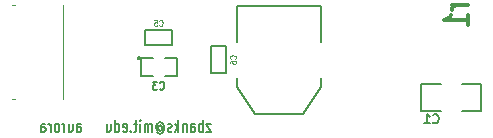
<source format=gbo>
G04 (created by PCBNEW-RS274X (2012-apr-16-27)-stable) date Sun 05 Jan 2014 06:44:37 PM EST*
G01*
G70*
G90*
%MOIN*%
G04 Gerber Fmt 3.4, Leading zero omitted, Abs format*
%FSLAX34Y34*%
G04 APERTURE LIST*
%ADD10C,0.006000*%
%ADD11C,0.007500*%
%ADD12C,0.012000*%
%ADD13C,0.003900*%
%ADD14C,0.008000*%
%ADD15C,0.005000*%
%ADD16C,0.004500*%
G04 APERTURE END LIST*
G54D10*
G54D11*
X62278Y-29412D02*
X62278Y-29202D01*
X62292Y-29164D01*
X62321Y-29145D01*
X62378Y-29145D01*
X62407Y-29164D01*
X62278Y-29393D02*
X62307Y-29412D01*
X62378Y-29412D01*
X62407Y-29393D01*
X62421Y-29355D01*
X62421Y-29317D01*
X62407Y-29279D01*
X62378Y-29260D01*
X62307Y-29260D01*
X62278Y-29240D01*
X62007Y-29145D02*
X62007Y-29412D01*
X62136Y-29145D02*
X62136Y-29355D01*
X62121Y-29393D01*
X62093Y-29412D01*
X62050Y-29412D01*
X62021Y-29393D01*
X62007Y-29374D01*
X61865Y-29412D02*
X61865Y-29145D01*
X61865Y-29221D02*
X61850Y-29183D01*
X61836Y-29164D01*
X61807Y-29145D01*
X61779Y-29145D01*
X61636Y-29412D02*
X61664Y-29393D01*
X61679Y-29374D01*
X61693Y-29336D01*
X61693Y-29221D01*
X61679Y-29183D01*
X61664Y-29164D01*
X61636Y-29145D01*
X61593Y-29145D01*
X61564Y-29164D01*
X61550Y-29183D01*
X61536Y-29221D01*
X61536Y-29336D01*
X61550Y-29374D01*
X61564Y-29393D01*
X61593Y-29412D01*
X61636Y-29412D01*
X61408Y-29412D02*
X61408Y-29145D01*
X61408Y-29221D02*
X61393Y-29183D01*
X61379Y-29164D01*
X61350Y-29145D01*
X61322Y-29145D01*
X61093Y-29412D02*
X61093Y-29202D01*
X61107Y-29164D01*
X61136Y-29145D01*
X61193Y-29145D01*
X61222Y-29164D01*
X61093Y-29393D02*
X61122Y-29412D01*
X61193Y-29412D01*
X61222Y-29393D01*
X61236Y-29355D01*
X61236Y-29317D01*
X61222Y-29279D01*
X61193Y-29260D01*
X61122Y-29260D01*
X61093Y-29240D01*
G54D12*
X75324Y-25172D02*
X74790Y-25172D01*
X74943Y-25172D02*
X74867Y-25200D01*
X74829Y-25229D01*
X74790Y-25286D01*
X74790Y-25343D01*
X75324Y-25857D02*
X75324Y-25514D01*
X75324Y-25686D02*
X74524Y-25686D01*
X74638Y-25629D01*
X74714Y-25571D01*
X74752Y-25514D01*
G54D11*
X66749Y-29145D02*
X66592Y-29145D01*
X66749Y-29412D01*
X66592Y-29412D01*
X66478Y-29412D02*
X66478Y-29012D01*
X66478Y-29164D02*
X66449Y-29145D01*
X66392Y-29145D01*
X66363Y-29164D01*
X66349Y-29183D01*
X66335Y-29221D01*
X66335Y-29336D01*
X66349Y-29374D01*
X66363Y-29393D01*
X66392Y-29412D01*
X66449Y-29412D01*
X66478Y-29393D01*
X66078Y-29412D02*
X66078Y-29202D01*
X66092Y-29164D01*
X66121Y-29145D01*
X66178Y-29145D01*
X66207Y-29164D01*
X66078Y-29393D02*
X66107Y-29412D01*
X66178Y-29412D01*
X66207Y-29393D01*
X66221Y-29355D01*
X66221Y-29317D01*
X66207Y-29279D01*
X66178Y-29260D01*
X66107Y-29260D01*
X66078Y-29240D01*
X65936Y-29145D02*
X65936Y-29412D01*
X65936Y-29183D02*
X65921Y-29164D01*
X65893Y-29145D01*
X65850Y-29145D01*
X65821Y-29164D01*
X65807Y-29202D01*
X65807Y-29412D01*
X65665Y-29412D02*
X65665Y-29012D01*
X65636Y-29260D02*
X65550Y-29412D01*
X65550Y-29145D02*
X65665Y-29298D01*
X65436Y-29393D02*
X65407Y-29412D01*
X65350Y-29412D01*
X65322Y-29393D01*
X65307Y-29355D01*
X65307Y-29336D01*
X65322Y-29298D01*
X65350Y-29279D01*
X65393Y-29279D01*
X65422Y-29260D01*
X65436Y-29221D01*
X65436Y-29202D01*
X65422Y-29164D01*
X65393Y-29145D01*
X65350Y-29145D01*
X65322Y-29164D01*
X64993Y-29221D02*
X65007Y-29202D01*
X65036Y-29183D01*
X65064Y-29183D01*
X65093Y-29202D01*
X65107Y-29221D01*
X65121Y-29260D01*
X65121Y-29298D01*
X65107Y-29336D01*
X65093Y-29355D01*
X65064Y-29374D01*
X65036Y-29374D01*
X65007Y-29355D01*
X64993Y-29336D01*
X64993Y-29183D02*
X64993Y-29336D01*
X64979Y-29355D01*
X64964Y-29355D01*
X64936Y-29336D01*
X64921Y-29298D01*
X64921Y-29202D01*
X64950Y-29145D01*
X64993Y-29107D01*
X65050Y-29088D01*
X65107Y-29107D01*
X65150Y-29145D01*
X65179Y-29202D01*
X65193Y-29279D01*
X65179Y-29355D01*
X65150Y-29412D01*
X65107Y-29450D01*
X65050Y-29469D01*
X64993Y-29450D01*
X64950Y-29412D01*
X64793Y-29412D02*
X64793Y-29145D01*
X64793Y-29183D02*
X64778Y-29164D01*
X64750Y-29145D01*
X64707Y-29145D01*
X64678Y-29164D01*
X64664Y-29202D01*
X64664Y-29412D01*
X64664Y-29202D02*
X64650Y-29164D01*
X64621Y-29145D01*
X64578Y-29145D01*
X64550Y-29164D01*
X64535Y-29202D01*
X64535Y-29412D01*
X64393Y-29412D02*
X64393Y-29145D01*
X64393Y-29012D02*
X64407Y-29031D01*
X64393Y-29050D01*
X64378Y-29031D01*
X64393Y-29012D01*
X64393Y-29050D01*
X64292Y-29145D02*
X64178Y-29145D01*
X64250Y-29012D02*
X64250Y-29355D01*
X64235Y-29393D01*
X64207Y-29412D01*
X64178Y-29412D01*
X64079Y-29374D02*
X64064Y-29393D01*
X64079Y-29412D01*
X64093Y-29393D01*
X64079Y-29374D01*
X64079Y-29412D01*
X63821Y-29393D02*
X63850Y-29412D01*
X63907Y-29412D01*
X63936Y-29393D01*
X63950Y-29355D01*
X63950Y-29202D01*
X63936Y-29164D01*
X63907Y-29145D01*
X63850Y-29145D01*
X63821Y-29164D01*
X63807Y-29202D01*
X63807Y-29240D01*
X63950Y-29279D01*
X63550Y-29412D02*
X63550Y-29012D01*
X63550Y-29393D02*
X63579Y-29412D01*
X63636Y-29412D01*
X63664Y-29393D01*
X63679Y-29374D01*
X63693Y-29336D01*
X63693Y-29221D01*
X63679Y-29183D01*
X63664Y-29164D01*
X63636Y-29145D01*
X63579Y-29145D01*
X63550Y-29164D01*
X63279Y-29145D02*
X63279Y-29412D01*
X63408Y-29145D02*
X63408Y-29355D01*
X63393Y-29393D01*
X63365Y-29412D01*
X63322Y-29412D01*
X63293Y-29393D01*
X63279Y-29374D01*
G54D13*
X60206Y-28325D02*
X60128Y-28325D01*
X60206Y-25175D02*
X60128Y-25175D01*
X61832Y-28325D02*
X61832Y-25175D01*
G54D14*
X67600Y-26400D02*
X67600Y-25200D01*
X67600Y-25200D02*
X70400Y-25200D01*
X70400Y-25200D02*
X70400Y-26400D01*
X67600Y-27600D02*
X67600Y-27900D01*
X67600Y-27900D02*
X68200Y-28800D01*
X68200Y-28800D02*
X69800Y-28800D01*
X69800Y-28800D02*
X70400Y-27900D01*
X70400Y-27900D02*
X70400Y-27600D01*
G54D15*
X75750Y-27800D02*
X75750Y-28700D01*
X75750Y-28700D02*
X75100Y-28700D01*
X74400Y-27800D02*
X73750Y-27800D01*
X73750Y-27800D02*
X73750Y-28700D01*
X73750Y-28700D02*
X74400Y-28700D01*
X75100Y-27800D02*
X75750Y-27800D01*
X64400Y-26950D02*
X64399Y-26959D01*
X64396Y-26969D01*
X64391Y-26977D01*
X64385Y-26985D01*
X64377Y-26991D01*
X64369Y-26996D01*
X64360Y-26998D01*
X64350Y-26999D01*
X64341Y-26999D01*
X64332Y-26996D01*
X64323Y-26991D01*
X64316Y-26985D01*
X64309Y-26978D01*
X64305Y-26969D01*
X64302Y-26960D01*
X64301Y-26950D01*
X64301Y-26941D01*
X64304Y-26932D01*
X64308Y-26923D01*
X64315Y-26916D01*
X64322Y-26909D01*
X64330Y-26905D01*
X64340Y-26902D01*
X64349Y-26901D01*
X64358Y-26901D01*
X64368Y-26904D01*
X64376Y-26908D01*
X64384Y-26914D01*
X64390Y-26922D01*
X64395Y-26930D01*
X64398Y-26939D01*
X64399Y-26949D01*
X64400Y-26950D01*
X64800Y-26950D02*
X64400Y-26950D01*
X64400Y-26950D02*
X64400Y-27550D01*
X64400Y-27550D02*
X64800Y-27550D01*
X65200Y-27550D02*
X65600Y-27550D01*
X65600Y-27550D02*
X65600Y-26950D01*
X65600Y-26950D02*
X65200Y-26950D01*
X64550Y-26500D02*
X65450Y-26500D01*
X65450Y-26500D02*
X65450Y-26000D01*
X65450Y-26000D02*
X64550Y-26000D01*
X64550Y-26000D02*
X64550Y-26500D01*
X67250Y-27450D02*
X67250Y-26550D01*
X67250Y-26550D02*
X66750Y-26550D01*
X66750Y-26550D02*
X66750Y-27450D01*
X66750Y-27450D02*
X67250Y-27450D01*
X74150Y-29093D02*
X74164Y-29107D01*
X74207Y-29121D01*
X74236Y-29121D01*
X74279Y-29107D01*
X74307Y-29079D01*
X74322Y-29050D01*
X74336Y-28993D01*
X74336Y-28950D01*
X74322Y-28893D01*
X74307Y-28864D01*
X74279Y-28836D01*
X74236Y-28821D01*
X74207Y-28821D01*
X74164Y-28836D01*
X74150Y-28850D01*
X73864Y-29121D02*
X74036Y-29121D01*
X73950Y-29121D02*
X73950Y-28821D01*
X73979Y-28864D01*
X74007Y-28893D01*
X74036Y-28907D01*
X65042Y-27977D02*
X65054Y-27989D01*
X65089Y-28001D01*
X65113Y-28001D01*
X65149Y-27989D01*
X65173Y-27965D01*
X65184Y-27942D01*
X65196Y-27894D01*
X65196Y-27858D01*
X65184Y-27811D01*
X65173Y-27787D01*
X65149Y-27763D01*
X65113Y-27751D01*
X65089Y-27751D01*
X65054Y-27763D01*
X65042Y-27775D01*
X64958Y-27751D02*
X64804Y-27751D01*
X64887Y-27846D01*
X64851Y-27846D01*
X64827Y-27858D01*
X64815Y-27870D01*
X64804Y-27894D01*
X64804Y-27954D01*
X64815Y-27977D01*
X64827Y-27989D01*
X64851Y-28001D01*
X64923Y-28001D01*
X64946Y-27989D01*
X64958Y-27977D01*
G54D16*
X65029Y-25862D02*
X65038Y-25871D01*
X65064Y-25881D01*
X65081Y-25881D01*
X65106Y-25871D01*
X65124Y-25852D01*
X65132Y-25833D01*
X65141Y-25795D01*
X65141Y-25767D01*
X65132Y-25729D01*
X65124Y-25710D01*
X65106Y-25690D01*
X65081Y-25681D01*
X65064Y-25681D01*
X65038Y-25690D01*
X65029Y-25700D01*
X64866Y-25681D02*
X64952Y-25681D01*
X64961Y-25776D01*
X64952Y-25767D01*
X64935Y-25757D01*
X64892Y-25757D01*
X64875Y-25767D01*
X64866Y-25776D01*
X64858Y-25795D01*
X64858Y-25843D01*
X64866Y-25862D01*
X64875Y-25871D01*
X64892Y-25881D01*
X64935Y-25881D01*
X64952Y-25871D01*
X64961Y-25862D01*
X67562Y-26971D02*
X67571Y-26962D01*
X67581Y-26936D01*
X67581Y-26919D01*
X67571Y-26894D01*
X67552Y-26876D01*
X67533Y-26868D01*
X67495Y-26859D01*
X67467Y-26859D01*
X67429Y-26868D01*
X67410Y-26876D01*
X67390Y-26894D01*
X67381Y-26919D01*
X67381Y-26936D01*
X67390Y-26962D01*
X67400Y-26971D01*
X67381Y-27125D02*
X67381Y-27091D01*
X67390Y-27074D01*
X67400Y-27065D01*
X67429Y-27048D01*
X67467Y-27039D01*
X67543Y-27039D01*
X67562Y-27048D01*
X67571Y-27056D01*
X67581Y-27074D01*
X67581Y-27108D01*
X67571Y-27125D01*
X67562Y-27134D01*
X67543Y-27142D01*
X67495Y-27142D01*
X67476Y-27134D01*
X67467Y-27125D01*
X67457Y-27108D01*
X67457Y-27074D01*
X67467Y-27056D01*
X67476Y-27048D01*
X67495Y-27039D01*
M02*

</source>
